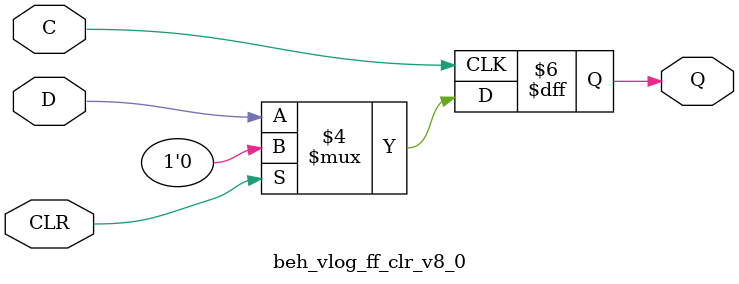
<source format=v>
module beh_vlog_ff_clr_v8_0 (Q, C, CLR, D);
  parameter INIT = 0;
localparam FLOP_DELAY = 100;
    output Q;
    input  C, CLR, D;
    reg Q;
    initial Q= 1'b0;
    always @(posedge C )
      if (CLR)
	Q<= 1'b0;
      else
	Q<= #FLOP_DELAY D;
endmodule
</source>
